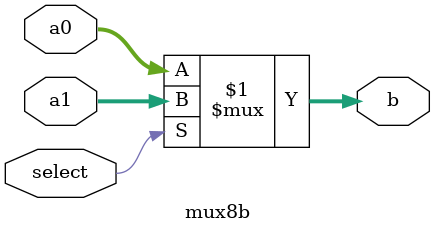
<source format=v>
module mux8b(
    input select,
    input [7:0] a0,
    input [7:0] a1,
    output wire [7:0] b
    );
	assign b = (select) ? a1 : a0 ;
endmodule

</source>
